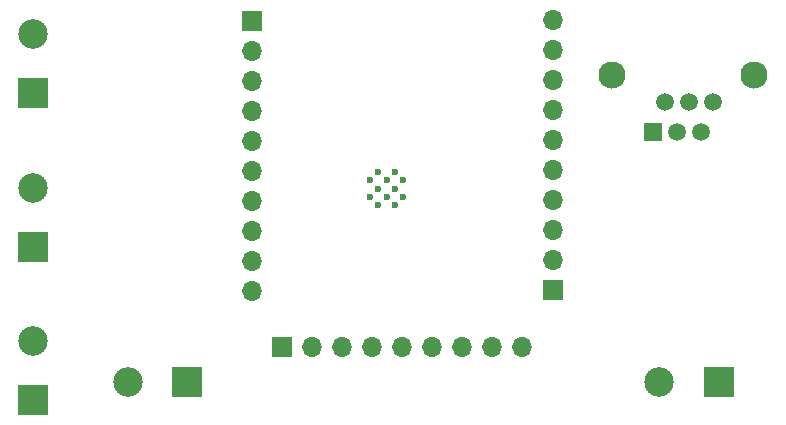
<source format=gbr>
%TF.GenerationSoftware,KiCad,Pcbnew,8.0.1*%
%TF.CreationDate,2024-04-27T11:46:24+02:00*%
%TF.ProjectId,driver_v2,64726976-6572-45f7-9632-2e6b69636164,rev?*%
%TF.SameCoordinates,Original*%
%TF.FileFunction,Soldermask,Bot*%
%TF.FilePolarity,Negative*%
%FSLAX46Y46*%
G04 Gerber Fmt 4.6, Leading zero omitted, Abs format (unit mm)*
G04 Created by KiCad (PCBNEW 8.0.1) date 2024-04-27 11:46:24*
%MOMM*%
%LPD*%
G01*
G04 APERTURE LIST*
%ADD10R,1.700000X1.700000*%
%ADD11O,1.700000X1.700000*%
%ADD12R,2.500000X2.500000*%
%ADD13C,2.500000*%
%ADD14C,0.600000*%
%ADD15C,2.300000*%
%ADD16R,1.520000X1.520000*%
%ADD17C,1.520000*%
G04 APERTURE END LIST*
D10*
%TO.C,J4*%
X130500000Y-88500000D03*
D11*
X133040000Y-88500000D03*
X135580000Y-88500000D03*
X138120000Y-88500000D03*
X140660000Y-88500000D03*
X143200000Y-88500000D03*
X145740000Y-88500000D03*
X148280000Y-88500000D03*
X150820000Y-88500000D03*
%TD*%
D10*
%TO.C,J3*%
X153500000Y-83660000D03*
D11*
X153500000Y-81120000D03*
X153500000Y-78580000D03*
X153500000Y-76040000D03*
X153500000Y-73500000D03*
X153500000Y-70960000D03*
X153500000Y-68420000D03*
X153500000Y-65880000D03*
X153500000Y-63340000D03*
X153500000Y-60800000D03*
%TD*%
D12*
%TO.C,M2*%
X109500000Y-80000000D03*
D13*
X109500000Y-75000000D03*
%TD*%
D14*
%TO.C,IC1*%
X138000000Y-74400000D03*
X138000000Y-75800000D03*
X138700000Y-73700000D03*
X138700000Y-75100000D03*
X138700000Y-76500000D03*
X139400000Y-74400000D03*
X139400000Y-75800000D03*
X140100000Y-73700000D03*
X140100000Y-75100000D03*
X140100000Y-76500000D03*
X140800000Y-74400000D03*
X140800000Y-75800000D03*
%TD*%
D12*
%TO.C,BAT*%
X167500000Y-91500000D03*
D13*
X162500000Y-91500000D03*
%TD*%
D15*
%TO.C,RJ12*%
X170500000Y-65500000D03*
X158500000Y-65500000D03*
D16*
X161950000Y-70340000D03*
D17*
X162970000Y-67800000D03*
X163990000Y-70340000D03*
X165010000Y-67800000D03*
X166030000Y-70340000D03*
X167050000Y-67800000D03*
%TD*%
D10*
%TO.C,J2*%
X128000000Y-60880000D03*
D11*
X128000000Y-63420000D03*
X128000000Y-65960000D03*
X128000000Y-68500000D03*
X128000000Y-71040000D03*
X128000000Y-73580000D03*
X128000000Y-76120000D03*
X128000000Y-78660000D03*
X128000000Y-81200000D03*
X128000000Y-83740000D03*
%TD*%
D12*
%TO.C,M4*%
X122500000Y-91500000D03*
D13*
X117500000Y-91500000D03*
%TD*%
D12*
%TO.C,M3*%
X109500000Y-93000000D03*
D13*
X109500000Y-88000000D03*
%TD*%
D12*
%TO.C,M1*%
X109500000Y-67000000D03*
D13*
X109500000Y-62000000D03*
%TD*%
M02*

</source>
